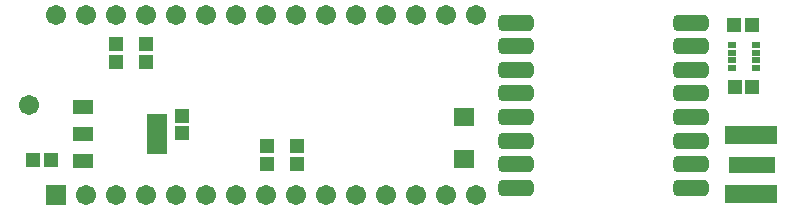
<source format=gts>
G04*
G04 #@! TF.GenerationSoftware,Altium Limited,Altium Designer,18.1.8 (232)*
G04*
G04 Layer_Color=8388736*
%FSLAX25Y25*%
%MOIN*%
G70*
G01*
G75*
%ADD14R,0.06706X0.13595*%
%ADD15R,0.06706X0.04737*%
G04:AMPARAMS|DCode=16|XSize=118.24mil|YSize=55.24mil|CornerRadius=15.81mil|HoleSize=0mil|Usage=FLASHONLY|Rotation=180.000|XOffset=0mil|YOffset=0mil|HoleType=Round|Shape=RoundedRectangle|*
%AMROUNDEDRECTD16*
21,1,0.11824,0.02362,0,0,180.0*
21,1,0.08661,0.05524,0,0,180.0*
1,1,0.03162,-0.04331,0.01181*
1,1,0.03162,0.04331,0.01181*
1,1,0.03162,0.04331,-0.01181*
1,1,0.03162,-0.04331,-0.01181*
%
%ADD16ROUNDEDRECTD16*%
%ADD17R,0.15761X0.05800*%
%ADD18R,0.17335X0.06115*%
%ADD19R,0.04737X0.04737*%
%ADD20R,0.02769X0.02178*%
%ADD21R,0.04737X0.04737*%
%ADD22R,0.07099X0.05918*%
%ADD23C,0.04737*%
%ADD24C,0.06706*%
%ADD25R,0.06706X0.06706*%
D14*
X48603Y25800D02*
D03*
D15*
X23997Y16942D02*
D03*
Y25800D02*
D03*
Y34658D02*
D03*
D16*
X226634Y7841D02*
D03*
Y15715D02*
D03*
Y23589D02*
D03*
Y31463D02*
D03*
Y39337D02*
D03*
Y47211D02*
D03*
Y55085D02*
D03*
Y62959D02*
D03*
X168366Y7841D02*
D03*
Y15715D02*
D03*
Y23589D02*
D03*
Y31463D02*
D03*
Y39337D02*
D03*
Y47211D02*
D03*
Y55085D02*
D03*
Y62959D02*
D03*
D17*
X247006Y15500D02*
D03*
D18*
X246613Y5659D02*
D03*
X246600Y25341D02*
D03*
D19*
X85100Y15747D02*
D03*
Y21653D02*
D03*
X95100Y15847D02*
D03*
Y21753D02*
D03*
X45000Y55653D02*
D03*
Y49747D02*
D03*
X35000D02*
D03*
Y55653D02*
D03*
X57000Y26047D02*
D03*
Y31953D02*
D03*
D20*
X248235Y47761D02*
D03*
Y50321D02*
D03*
Y52880D02*
D03*
Y55439D02*
D03*
X240165D02*
D03*
Y52880D02*
D03*
Y50321D02*
D03*
Y47761D02*
D03*
D21*
X13153Y17000D02*
D03*
X7247D02*
D03*
X241047Y62000D02*
D03*
X246953D02*
D03*
X241147Y41300D02*
D03*
X247053D02*
D03*
D22*
X150800Y31487D02*
D03*
Y17313D02*
D03*
D23*
X247400Y15500D02*
D03*
D24*
X125000Y5500D02*
D03*
X115000D02*
D03*
X105000D02*
D03*
X95000D02*
D03*
X85000D02*
D03*
X75000D02*
D03*
X65000D02*
D03*
X55000D02*
D03*
X45000D02*
D03*
X35000D02*
D03*
X25000D02*
D03*
X15000Y65500D02*
D03*
X25000D02*
D03*
X35000D02*
D03*
X45000D02*
D03*
X55000D02*
D03*
X65000D02*
D03*
X75000D02*
D03*
X85000D02*
D03*
X95000D02*
D03*
X105000D02*
D03*
X115000D02*
D03*
X125000D02*
D03*
X135000Y5500D02*
D03*
X145000D02*
D03*
X155000D02*
D03*
Y65500D02*
D03*
X145000D02*
D03*
X135000D02*
D03*
X5905Y35433D02*
D03*
D25*
X15000Y5500D02*
D03*
M02*

</source>
